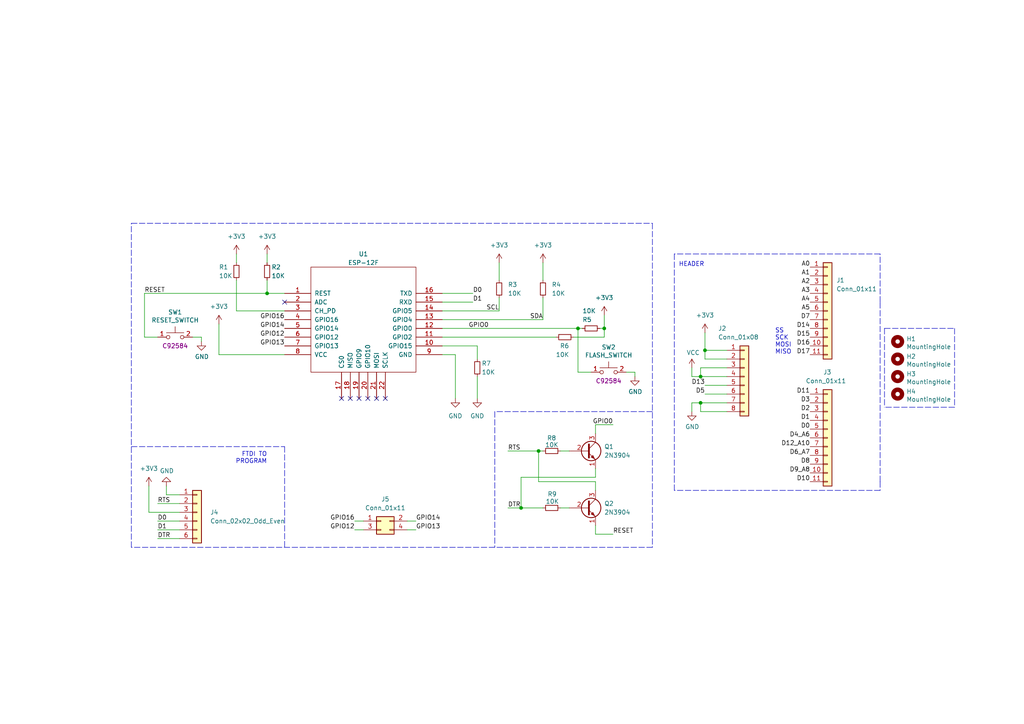
<source format=kicad_sch>
(kicad_sch (version 20211123) (generator eeschema)
  (paper "A4")
  (title_block (title "Arduino Module") (date "2021-11-13") (rev "1.0"))
  (lib_symbols
    (symbol "Connector_Generic:Conn_01x06" (pin_names (offset 1.016) hide)
      (property "Reference" "J" (at 0 7.62 0))
      (property "Value" "Conn_01x06" (at 0 -10.16 0))
      (symbol "Conn_01x06_1_1"
        (rectangle (start -1.27 -7.493) (end 0 -7.747) (stroke (width 0.1524)))
        (rectangle (start -1.27 -4.953) (end 0 -5.207) (stroke (width 0.1524)))
        (rectangle (start -1.27 -2.413) (end 0 -2.667) (stroke (width 0.1524)))
        (rectangle (start -1.27 0.127) (end 0 -0.127) (stroke (width 0.1524)))
        (rectangle (start -1.27 2.667) (end 0 2.413) (stroke (width 0.1524)))
        (rectangle (start -1.27 5.207) (end 0 4.953) (stroke (width 0.1524)))
        (rectangle (start -1.27 6.35) (end 1.27 -8.89) (stroke (width 0.254)) (fill (type background)))
        (pin passive line (at -5.08 5.08 0) (length 3.81) (name "Pin_1") (number "1"))
        (pin passive line (at -5.08 2.54 0) (length 3.81) (name "Pin_2") (number "2"))
        (pin passive line (at -5.08 0 0) (length 3.81) (name "Pin_3") (number "3"))
        (pin passive line (at -5.08 -2.54 0) (length 3.81) (name "Pin_4") (number "4"))
        (pin passive line (at -5.08 -5.08 0) (length 3.81) (name "Pin_5") (number "5"))
        (pin passive line (at -5.08 -7.62 0) (length 3.81) (name "Pin_6") (number "6"))
      )
    )
    (symbol "Connector_Generic:Conn_01x08" (pin_names (offset 1.016) hide)
      (property "Reference" "J" (at 0 10.16 0))
      (property "Value" "Conn_01x08" (at 0 -12.7 0))
      (symbol "Conn_01x08_1_1"
        (rectangle (start -1.27 -10.033) (end 0 -10.287) (stroke (width 0.1524)))
        (rectangle (start -1.27 -7.493) (end 0 -7.747) (stroke (width 0.1524)))
        (rectangle (start -1.27 -4.953) (end 0 -5.207) (stroke (width 0.1524)))
        (rectangle (start -1.27 -2.413) (end 0 -2.667) (stroke (width 0.1524)))
        (rectangle (start -1.27 0.127) (end 0 -0.127) (stroke (width 0.1524)))
        (rectangle (start -1.27 2.667) (end 0 2.413) (stroke (width 0.1524)))
        (rectangle (start -1.27 5.207) (end 0 4.953) (stroke (width 0.1524)))
        (rectangle (start -1.27 7.747) (end 0 7.493) (stroke (width 0.1524)))
        (rectangle (start -1.27 8.89) (end 1.27 -11.43) (stroke (width 0.254)) (fill (type background)))
        (pin passive line (at -5.08 7.62 0) (length 3.81) (name "Pin_1") (number "1"))
        (pin passive line (at -5.08 5.08 0) (length 3.81) (name "Pin_2") (number "2"))
        (pin passive line (at -5.08 2.54 0) (length 3.81) (name "Pin_3") (number "3"))
        (pin passive line (at -5.08 0 0) (length 3.81) (name "Pin_4") (number "4"))
        (pin passive line (at -5.08 -2.54 0) (length 3.81) (name "Pin_5") (number "5"))
        (pin passive line (at -5.08 -5.08 0) (length 3.81) (name "Pin_6") (number "6"))
        (pin passive line (at -5.08 -7.62 0) (length 3.81) (name "Pin_7") (number "7"))
        (pin passive line (at -5.08 -10.16 0) (length 3.81) (name "Pin_8") (number "8"))
      )
    )
    (symbol "Connector_Generic:Conn_01x11" (pin_names (offset 1.016) hide)
      (property "Reference" "J" (at 0 15.24 0))
      (property "Value" "Conn_01x11" (at 0 -15.24 0))
      (symbol "Conn_01x11_1_1"
        (rectangle (start -1.27 -12.573) (end 0 -12.827) (stroke (width 0.1524)))
        (rectangle (start -1.27 -10.033) (end 0 -10.287) (stroke (width 0.1524)))
        (rectangle (start -1.27 -7.493) (end 0 -7.747) (stroke (width 0.1524)))
        (rectangle (start -1.27 -4.953) (end 0 -5.207) (stroke (width 0.1524)))
        (rectangle (start -1.27 -2.413) (end 0 -2.667) (stroke (width 0.1524)))
        (rectangle (start -1.27 0.127) (end 0 -0.127) (stroke (width 0.1524)))
        (rectangle (start -1.27 2.667) (end 0 2.413) (stroke (width 0.1524)))
        (rectangle (start -1.27 5.207) (end 0 4.953) (stroke (width 0.1524)))
        (rectangle (start -1.27 7.747) (end 0 7.493) (stroke (width 0.1524)))
        (rectangle (start -1.27 10.287) (end 0 10.033) (stroke (width 0.1524)))
        (rectangle (start -1.27 12.827) (end 0 12.573) (stroke (width 0.1524)))
        (rectangle (start -1.27 13.97) (end 1.27 -13.97) (stroke (width 0.254)) (fill (type background)))
        (pin passive line (at -5.08 12.7 0) (length 3.81) (name "Pin_1") (number "1"))
        (pin passive line (at -5.08 -10.16 0) (length 3.81) (name "Pin_10") (number "10"))
        (pin passive line (at -5.08 -12.7 0) (length 3.81) (name "Pin_11") (number "11"))
        (pin passive line (at -5.08 10.16 0) (length 3.81) (name "Pin_2") (number "2"))
        (pin passive line (at -5.08 7.62 0) (length 3.81) (name "Pin_3") (number "3"))
        (pin passive line (at -5.08 5.08 0) (length 3.81) (name "Pin_4") (number "4"))
        (pin passive line (at -5.08 2.54 0) (length 3.81) (name "Pin_5") (number "5"))
        (pin passive line (at -5.08 0 0) (length 3.81) (name "Pin_6") (number "6"))
        (pin passive line (at -5.08 -2.54 0) (length 3.81) (name "Pin_7") (number "7"))
        (pin passive line (at -5.08 -5.08 0) (length 3.81) (name "Pin_8") (number "8"))
        (pin passive line (at -5.08 -7.62 0) (length 3.81) (name "Pin_9") (number "9"))
      )
    )
    (symbol "Connector_Generic:Conn_02x02_Odd_Even" (pin_names (offset 1.016) hide)
      (property "Reference" "J" (at 1.27 2.54 0))
      (property "Value" "Conn_02x02_Odd_Even" (at 1.27 -5.08 0))
      (symbol "Conn_02x02_Odd_Even_1_1"
        (rectangle (start -1.27 -2.413) (end 0 -2.667) (stroke (width 0.1524)))
        (rectangle (start -1.27 0.127) (end 0 -0.127) (stroke (width 0.1524)))
        (rectangle (start -1.27 1.27) (end 3.81 -3.81) (stroke (width 0.254)) (fill (type background)))
        (rectangle (start 3.81 -2.413) (end 2.54 -2.667) (stroke (width 0.1524)))
        (rectangle (start 3.81 0.127) (end 2.54 -0.127) (stroke (width 0.1524)))
        (pin passive line (at -5.08 0 0) (length 3.81) (name "Pin_1") (number "1"))
        (pin passive line (at 7.62 0 180) (length 3.81) (name "Pin_2") (number "2"))
        (pin passive line (at -5.08 -2.54 0) (length 3.81) (name "Pin_3") (number "3"))
        (pin passive line (at 7.62 -2.54 180) (length 3.81) (name "Pin_4") (number "4"))
      )
    )
    (symbol "Device:R_Small" (pin_numbers hide) (pin_names (offset 0.254) hide)
      (property "Reference" "R" (at 0.762 0.508 0))
      (property "Value" "R_Small" (at 0.762 -1.016 0))
      (symbol "R_Small_0_1"
        (rectangle (start -0.762 1.778) (end 0.762 -1.778) (stroke (width 0.2032)))
      )
      (symbol "R_Small_1_1"
        (pin passive line (at 0 2.54 270) (length 0.762) (name "~") (number "1"))
        (pin passive line (at 0 -2.54 90) (length 0.762) (name "~") (number "2"))
      )
    )
    (symbol "ESP8266:ESP-12F" (pin_names (offset 1.016))
      (property "Reference" "U" (at 0 -2.54 0))
      (property "Value" "ESP-12F" (at 0 2.54 0))
      (symbol "ESP-12F_1_0"
        (rectangle (start -15.24 -15.24) (end 15.24 15.24))
      )
      (symbol "ESP-12F_1_1"
        (pin input line (at -22.86 7.62 0) (length 7.62) (name "REST") (number "1"))
        (pin bidirectional line (at 22.86 -7.62 180) (length 7.62) (name "GPIO15") (number "10"))
        (pin bidirectional line (at 22.86 -5.08 180) (length 7.62) (name "GPIO2") (number "11"))
        (pin bidirectional line (at 22.86 -2.54 180) (length 7.62) (name "GPIO0") (number "12"))
        (pin bidirectional line (at 22.86 0 180) (length 7.62) (name "GPIO4") (number "13"))
        (pin bidirectional line (at 22.86 2.54 180) (length 7.62) (name "GPIO5") (number "14"))
        (pin input line (at 22.86 5.08 180) (length 7.62) (name "RXD") (number "15"))
        (pin output line (at 22.86 7.62 180) (length 7.62) (name "TXD") (number "16"))
        (pin bidirectional line (at -6.35 -22.86 90) (length 7.62) (name "CS0") (number "17"))
        (pin bidirectional line (at -3.81 -22.86 90) (length 7.62) (name "MISO") (number "18"))
        (pin bidirectional line (at -1.27 -22.86 90) (length 7.62) (name "GPIO9") (number "19"))
        (pin passive line (at -22.86 5.08 0) (length 7.62) (name "ADC") (number "2"))
        (pin bidirectional line (at 1.27 -22.86 90) (length 7.62) (name "GPIO10") (number "20"))
        (pin bidirectional line (at 3.81 -22.86 90) (length 7.62) (name "MOSI") (number "21"))
        (pin bidirectional line (at 6.35 -22.86 90) (length 7.62) (name "SCLK") (number "22"))
        (pin input line (at -22.86 2.54 0) (length 7.62) (name "CH_PD") (number "3"))
        (pin bidirectional line (at -22.86 0 0) (length 7.62) (name "GPIO16") (number "4"))
        (pin bidirectional line (at -22.86 -2.54 0) (length 7.62) (name "GPIO14") (number "5"))
        (pin bidirectional line (at -22.86 -5.08 0) (length 7.62) (name "GPIO12") (number "6"))
        (pin bidirectional line (at -22.86 -7.62 0) (length 7.62) (name "GPIO13") (number "7"))
        (pin power_in line (at -22.86 -10.16 0) (length 7.62) (name "VCC") (number "8"))
        (pin power_in line (at 22.86 -10.16 180) (length 7.62) (name "GND") (number "9"))
      )
    )
    (symbol "Mechanical:MountingHole" (pin_names (offset 1.016))
      (property "Reference" "H" (at 0 5.08 0))
      (property "Value" "MountingHole" (at 0 3.175 0))
      (symbol "MountingHole_0_1"
        (circle (center 0 0) (radius 1.27) (stroke (width 1.27)))
      )
    )
    (symbol "Switch:SW_Push" (pin_names (offset 1.016) hide)
      (property "Reference" "SW" (at 1.27 2.54 0))
      (property "Value" "SW_Push" (at 0 -1.524 0))
      (symbol "SW_Push_0_1"
        (circle (center -2.032 0) (radius 0.508))
        (polyline (pts (xy 0 1.27) (xy 0 3.048)))
        (polyline (pts (xy 2.54 1.27) (xy -2.54 1.27)))
        (circle (center 2.032 0) (radius 0.508))
        (pin passive line (at -5.08 0 0) (length 2.54) (name "1") (number "1"))
        (pin passive line (at 5.08 0 180) (length 2.54) (name "2") (number "2"))
      )
    )
    (symbol "Transistor_BJT:2N3904" (pin_names (offset 0) hide)
      (property "Reference" "Q" (at 5.08 1.905 0))
      (property "Value" "2N3904" (at 5.08 0 0))
      (symbol "2N3904_0_1"
        (polyline (pts (xy 0.635 0.635) (xy 2.54 2.54)))
        (polyline (pts (xy 0.635 -0.635) (xy 2.54 -2.54) (xy 2.54 -2.54)))
        (polyline (pts (xy 0.635 1.905) (xy 0.635 -1.905) (xy 0.635 -1.905)) (stroke (width 0.508)))
        (polyline (pts (xy 1.27 -1.778) (xy 1.778 -1.27) (xy 2.286 -2.286) (xy 1.27 -1.778) (xy 1.27 -1.778)) (fill (type outline)))
        (circle (center 1.27 0) (radius 2.8194) (stroke (width 0.254)))
      )
      (symbol "2N3904_1_1"
        (pin passive line (at 2.54 -5.08 90) (length 2.54) (name "E") (number "1"))
        (pin passive line (at -5.08 0 0) (length 5.715) (name "B") (number "2"))
        (pin passive line (at 2.54 5.08 270) (length 2.54) (name "C") (number "3"))
      )
    )
    (symbol "power:+3.3V" (power) (pin_names (offset 0))
      (property "Value" "+3.3V" (at 0 3.556 0))
      (symbol "+3.3V_0_1"
        (polyline (pts (xy -0.762 1.27) (xy 0 2.54)))
        (polyline (pts (xy 0 0) (xy 0 2.54)))
        (polyline (pts (xy 0 2.54) (xy 0.762 1.27)))
      )
      (symbol "+3.3V_1_1"
        (pin power_in line (at 0 0 90) (length 0) hide (name "+3V3") (number "1"))
      )
    )
    (symbol "power:GND" (power) (pin_names (offset 0))
      (property "Value" "GND" (at 0 -3.81 0))
      (symbol "GND_0_1"
        (polyline (pts (xy 0 0) (xy 0 -1.27) (xy 1.27 -1.27) (xy 0 -2.54) (xy -1.27 -1.27) (xy 0 -1.27)))
      )
      (symbol "GND_1_1"
        (pin power_in line (at 0 0 270) (length 0) hide (name "GND") (number "1"))
      )
    )
    (symbol "power:VCC" (power) (pin_names (offset 0))
      (property "Value" "VCC" (at 0 3.81 0))
      (symbol "VCC_0_1"
        (polyline (pts (xy -0.762 1.27) (xy 0 2.54)))
        (polyline (pts (xy 0 0) (xy 0 2.54)))
        (polyline (pts (xy 0 2.54) (xy 0.762 1.27)))
      )
      (symbol "VCC_1_1"
        (pin power_in line (at 0 0 90) (length 0) hide (name "VCC") (number "1"))
      )
    )
  )
  (junction (at 203.2 116.84) (diameter 0.9144))
  (junction (at 203.2 109.22) (diameter 0.9144))
  (junction (at 175.26 95.25) (diameter 0.9144))
  (junction (at 167.64 95.25) (diameter 0.9144))
  (junction (at 204.47 101.6) (diameter 0.9144))
  (junction (at 156.21 130.81))
  (junction (at 77.47 85.09) (diameter 0.9144))
  (junction (at 151.13 147.32))
  (no_connect (at 99.06 115.57))
  (no_connect (at 101.6 115.57))
  (no_connect (at 106.68 115.57))
  (no_connect (at 104.14 115.57))
  (no_connect (at 109.22 115.57))
  (no_connect (at 111.76 115.57))
  (no_connect (at 82.55 87.63))
  (wire (pts (xy 172.72 154.94) (xy 177.8 154.94)))
  (wire (pts (xy 175.26 95.25) (xy 175.26 97.79)))
  (wire (pts (xy 151.13 138.43) (xy 151.13 147.32)))
  (wire (pts (xy 41.91 85.09) (xy 77.47 85.09)))
  (wire (pts (xy 58.42 97.79) (xy 58.42 99.06)))
  (wire (pts (xy 162.56 130.81) (xy 165.1 130.81)))
  (wire (pts (xy 204.47 111.76) (xy 210.82 111.76)))
  (polyline (pts (xy 195.58 142.24) (xy 195.58 139.7)) (stroke (width 0) (type dash)))
  (polyline (pts (xy 255.27 139.7) (xy 255.27 142.24)) (stroke (width 0) (type dash)))
  (polyline (pts (xy 255.27 142.24) (xy 195.58 142.24)) (stroke (width 0) (type dash)))
  (wire (pts (xy 147.32 147.32) (xy 151.13 147.32)))
  (wire (pts (xy 138.43 100.33) (xy 138.43 104.14)))
  (wire (pts (xy 52.07 148.59) (xy 43.18 148.59)))
  (wire (pts (xy 128.27 90.17) (xy 144.78 90.17)))
  (wire (pts (xy 77.47 73.66) (xy 77.47 76.2)))
  (wire (pts (xy 172.72 152.4) (xy 172.72 154.94)))
  (polyline (pts (xy 38.1 129.54) (xy 82.55 129.54)) (stroke (width 0) (type dash)))
  (wire (pts (xy 45.72 156.21) (xy 52.07 156.21)))
  (wire (pts (xy 204.47 101.6) (xy 204.47 104.14)))
  (wire (pts (xy 204.47 96.52) (xy 204.47 101.6)))
  (wire (pts (xy 210.82 104.14) (xy 204.47 104.14)))
  (wire (pts (xy 172.72 139.7) (xy 156.21 139.7)))
  (wire (pts (xy 175.26 91.44) (xy 175.26 95.25)))
  (wire (pts (xy 204.47 114.3) (xy 210.82 114.3)))
  (wire (pts (xy 41.91 97.79) (xy 45.72 97.79)))
  (wire (pts (xy 173.99 95.25) (xy 175.26 95.25)))
  (wire (pts (xy 118.11 153.67) (xy 120.65 153.67)))
  (wire (pts (xy 157.48 86.36) (xy 157.48 92.71)))
  (wire (pts (xy 128.27 97.79) (xy 161.29 97.79)))
  (wire (pts (xy 82.55 102.87) (xy 63.5 102.87)))
  (polyline (pts (xy 189.23 158.75) (xy 38.1 158.75)))
  (wire (pts (xy 147.32 130.81) (xy 156.21 130.81)))
  (wire (pts (xy 203.2 109.22) (xy 210.82 109.22)))
  (wire (pts (xy 63.5 93.98) (xy 63.5 102.87)))
  (wire (pts (xy 43.18 140.97) (xy 43.18 148.59)))
  (wire (pts (xy 128.27 85.09) (xy 137.16 85.09)))
  (polyline (pts (xy 195.58 87.63) (xy 195.58 139.7)) (stroke (width 0) (type dash)))
  (polyline (pts (xy 255.27 139.7) (xy 255.27 87.63)) (stroke (width 0) (type dash)))
  (wire (pts (xy 167.64 95.25) (xy 168.91 95.25)))
  (wire (pts (xy 184.15 107.95) (xy 184.15 109.22)))
  (wire (pts (xy 132.08 102.87) (xy 132.08 115.57)))
  (polyline (pts (xy 195.58 73.66) (xy 195.58 87.63)) (stroke (width 0) (type dash)))
  (polyline (pts (xy 255.27 73.66) (xy 195.58 73.66)) (stroke (width 0) (type dash)))
  (polyline (pts (xy 255.27 87.63) (xy 255.27 73.66)) (stroke (width 0) (type dash)))
  (wire (pts (xy 128.27 92.71) (xy 157.48 92.71)))
  (wire (pts (xy 52.07 143.51) (xy 48.26 143.51)))
  (wire (pts (xy 45.72 151.13) (xy 52.07 151.13)))
  (polyline (pts (xy 189.23 64.77) (xy 189.23 158.75)))
  (wire (pts (xy 102.87 151.13) (xy 105.41 151.13)))
  (wire (pts (xy 156.21 130.81) (xy 157.48 130.81)))
  (wire (pts (xy 200.66 116.84) (xy 200.66 119.38)))
  (wire (pts (xy 200.66 109.22) (xy 203.2 109.22)))
  (wire (pts (xy 200.66 106.68) (xy 200.66 109.22)))
  (wire (pts (xy 68.58 73.66) (xy 68.58 76.2)))
  (polyline (pts (xy 82.55 129.54) (xy 82.55 158.75)) (stroke (width 0) (type dash)))
  (wire (pts (xy 200.66 116.84) (xy 203.2 116.84)))
  (wire (pts (xy 203.2 116.84) (xy 210.82 116.84)))
  (wire (pts (xy 102.87 153.67) (xy 105.41 153.67)))
  (wire (pts (xy 68.58 81.28) (xy 68.58 90.17)))
  (wire (pts (xy 157.48 76.2) (xy 157.48 81.28)))
  (wire (pts (xy 172.72 138.43) (xy 151.13 138.43)))
  (polyline (pts (xy 38.1 158.75) (xy 38.1 64.77)))
  (wire (pts (xy 172.72 135.89) (xy 172.72 138.43)))
  (wire (pts (xy 55.88 97.79) (xy 58.42 97.79)))
  (wire (pts (xy 204.47 101.6) (xy 210.82 101.6)))
  (wire (pts (xy 48.26 140.97) (xy 48.26 143.51)))
  (wire (pts (xy 128.27 95.25) (xy 167.64 95.25)))
  (polyline (pts (xy 189.23 119.38) (xy 143.51 119.38)))
  (wire (pts (xy 172.72 142.24) (xy 172.72 139.7)))
  (wire (pts (xy 167.64 107.95) (xy 171.45 107.95)))
  (wire (pts (xy 172.72 123.19) (xy 177.8 123.19)))
  (wire (pts (xy 45.72 153.67) (xy 52.07 153.67)))
  (wire (pts (xy 118.11 151.13) (xy 120.65 151.13)))
  (wire (pts (xy 167.64 95.25) (xy 167.64 107.95)))
  (wire (pts (xy 151.13 147.32) (xy 157.48 147.32)))
  (wire (pts (xy 166.37 97.79) (xy 175.26 97.79)))
  (wire (pts (xy 144.78 76.2) (xy 144.78 81.28)))
  (wire (pts (xy 181.61 107.95) (xy 184.15 107.95)))
  (wire (pts (xy 82.55 90.17) (xy 68.58 90.17)))
  (wire (pts (xy 82.55 85.09) (xy 77.47 85.09)))
  (wire (pts (xy 138.43 109.22) (xy 138.43 115.57)))
  (polyline (pts (xy 143.51 119.38) (xy 143.51 158.75)))
  (wire (pts (xy 77.47 81.28) (xy 77.47 85.09)))
  (wire (pts (xy 162.56 147.32) (xy 165.1 147.32)))
  (wire (pts (xy 45.72 146.05) (xy 52.07 146.05)))
  (polyline (pts (xy 256.54 95.25) (xy 276.86 95.25)) (stroke (width 0) (type dash)))
  (polyline (pts (xy 276.86 95.25) (xy 276.86 118.11)) (stroke (width 0) (type dash)))
  (polyline (pts (xy 276.86 118.11) (xy 256.54 118.11)) (stroke (width 0) (type dash)))
  (polyline (pts (xy 256.54 95.25) (xy 256.54 118.11)) (stroke (width 0) (type dash)))
  (wire (pts (xy 128.27 87.63) (xy 137.16 87.63)))
  (wire (pts (xy 144.78 86.36) (xy 144.78 90.17)))
  (polyline (pts (xy 38.1 64.77) (xy 189.23 64.77)))
  (wire (pts (xy 156.21 139.7) (xy 156.21 130.81)))
  (wire (pts (xy 41.91 85.09) (xy 41.91 97.79)))
  (wire (pts (xy 203.2 106.68) (xy 203.2 109.22)))
  (wire (pts (xy 203.2 106.68) (xy 210.82 106.68)))
  (wire (pts (xy 128.27 100.33) (xy 138.43 100.33)))
  (wire (pts (xy 128.27 102.87) (xy 132.08 102.87)))
  (wire (pts (xy 172.72 125.73) (xy 172.72 123.19)))
  (wire (pts (xy 203.2 119.38) (xy 203.2 116.84)))
  (wire (pts (xy 203.2 119.38) (xy 210.82 119.38)))
  (text "HEADER" (at 196.85 77.47 0) (effects (font (size 1.27 1.27)) (justify left bottom)))
  (text "FTDI TO\nPROGRAM" (at 77.47 134.62 180) (effects (font (size 1.27 1.27)) (justify right bottom)))
  (text "SS\nSCK\nMOSI\nMISO" (at 224.79 102.87 0) (effects (font (size 1.27 1.27)) (justify left bottom)))
  (label "D9_A8" (at 234.95 137.16 180))
  (label "RTS" (at 45.72 146.05 0))
  (label "GPIO14" (at 120.65 151.13 0))
  (label "D10" (at 234.95 139.7 180))
  (label "D13" (at 204.47 111.76 180))
  (label "RESET" (at 41.91 85.09 0))
  (label "D3" (at 234.95 116.84 180))
  (label "SCL" (at 144.78 90.17 180))
  (label "D1" (at 234.95 121.92 180))
  (label "D7" (at 234.95 92.71 180))
  (label "D1" (at 137.16 87.63 0))
  (label "A1" (at 234.95 80.01 180))
  (label "A5" (at 234.95 90.17 180))
  (label "D6_A7" (at 234.95 132.08 180))
  (label "A4" (at 234.95 87.63 180))
  (label "GPIO16" (at 82.55 92.71 180))
  (label "A0" (at 234.95 77.47 180))
  (label "D11" (at 234.95 114.3 180))
  (label "D8" (at 234.95 134.62 180))
  (label "GPIO0" (at 177.8 123.19 180))
  (label "D4_A6" (at 234.95 127 180))
  (label "D12_A10" (at 234.95 129.54 180))
  (label "RTS" (at 147.32 130.81 0))
  (label "DTR" (at 147.32 147.32 0))
  (label "RESET" (at 177.8 154.94 0))
  (label "D14" (at 234.95 95.25 180))
  (label "GPIO12" (at 82.55 97.79 180))
  (label "GPIO0" (at 135.89 95.25 0))
  (label "D5" (at 204.47 114.3 180))
  (label "DTR" (at 45.72 156.21 0))
  (label "D0" (at 137.16 85.09 0))
  (label "GPIO14" (at 82.55 95.25 180))
  (label "A2" (at 234.95 82.55 180))
  (label "D0" (at 45.72 151.13 0))
  (label "SDA" (at 157.48 92.71 180))
  (label "GPIO16" (at 102.87 151.13 180))
  (label "GPIO13" (at 120.65 153.67 0))
  (label "A3" (at 234.95 85.09 180))
  (label "D17" (at 234.95 102.87 180))
  (label "GPIO13" (at 82.55 100.33 180))
  (label "D2" (at 234.95 119.38 180))
  (label "D16" (at 234.95 100.33 180))
  (label "D0" (at 234.95 124.46 180))
  (label "D15" (at 234.95 97.79 180))
  (label "GPIO12" (at 102.87 153.67 180))
  (label "D1" (at 45.72 153.67 0))
  (symbol (lib_id "power:GND") (at 200.66 119.38 0) (unit 1)
    (property "Reference" "#PWR011" (effects hide))
    (property "Value" "GND" (at 200.787 123.7742 0))
  )
  (symbol (lib_id "Transistor_BJT:2N3904") (at 170.18 130.81 0) (unit 1)
    (property "Reference" "Q1" (at 175.26 129.5399 0) (effects (justify left)))
    (property "Value" "2N3904" (at 175.26 132.0799 0) (effects (justify left)))
    (property "Footprint" "Package_TO_SOT_SMD:SOT-23" (effects hide))
    (property "Datasheet" "https://www.onsemi.com/pub/Collateral/2N3903-D.PDF" (effects hide))
  )
  (symbol (lib_id "power:GND") (at 48.26 140.97 0) (mirror x) (unit 1)
    (property "Reference" "#PWR0102" (effects hide))
    (property "Value" "GND" (at 48.387 136.5758 0))
  )
  (symbol (lib_id "power:GND") (at 58.42 99.06 0) (unit 1)
    (property "Reference" "#PWR0111" (effects hide))
    (property "Value" "GND" (at 58.547 103.4542 0))
  )
  (symbol (lib_id "Device:R_Small") (at 160.02 147.32 270) (unit 1)
    (property "Reference" "R9" (at 158.8008 143.3069 90) (effects (justify left)))
    (property "Value" "10K" (at 158.242 145.4405 90) (effects (justify left)))
    (property "Footprint" "Resistor_SMD:R_0603_1608Metric_Pad0.98x0.95mm_HandSolder" (effects hide))
    (property "LCSC" "C25804" (effects hide))
  )
  (symbol (lib_id "Connector_Generic:Conn_01x08") (at 215.9 109.22 0) (unit 1)
    (property "Reference" "J2" (at 208.28 95.2499 0) (effects (justify left)))
    (property "Value" "Conn_01x08" (at 208.28 97.7899 0) (effects (justify left)))
    (property "Footprint" "Connector_PinHeader_2.54mm:PinHeader_1x08_P2.54mm_Vertical" (effects hide))
  )
  (symbol (lib_id "power:GND") (at 132.08 115.57 0) (unit 1)
    (property "Reference" "#PWR0107" (effects hide))
    (property "Value" "GND" (at 132.08 120.65 0))
  )
  (symbol (lib_id "power:+3.3V") (at 77.47 73.66 0) (unit 1)
    (property "Reference" "#PWR0109" (effects hide))
    (property "Value" "+3.3V" (at 77.47 68.58 0))
  )
  (symbol (lib_id "Switch:SW_Push") (at 176.53 107.95 0) (unit 1)
    (property "Reference" "SW2" (at 176.53 100.711 0))
    (property "Value" "FLASH_SWITCH" (at 176.53 103.0224 0))
    (property "Footprint" "Button_Switch_SMD:SW_SPST_SKQG_WithStem" (effects hide))
    (property "LCSC" "C92584" (at 176.53 110.49 0))
  )
  (symbol (lib_id "power:+3.3V") (at 63.5 93.98 0) (unit 1)
    (property "Reference" "#PWR0112" (effects hide))
    (property "Value" "+3.3V" (at 63.5 88.9 0))
  )
  (symbol (lib_id "ESP8266:ESP-12F") (at 105.41 92.71 0) (unit 1)
    (property "Reference" "U1" (at 105.41 73.66 0))
    (property "Value" "ESP-12F" (at 105.41 76.2 0))
    (property "Footprint" "ESP8266:ESP-12E_SMD" (effects hide))
    (property "Datasheet" "http://l0l.org.uk/2014/12/esp8266-modules-hardware-guide-gotta-catch-em-all/" (effects hide))
  )
  (symbol (lib_id "Connector_Generic:Conn_01x11") (at 240.03 90.17 0) (unit 1) (in_bom no)
    (property "Reference" "J1" (at 242.57 81.2799 0) (effects (justify left)))
    (property "Value" "Conn_01x11" (at 242.57 83.8199 0) (effects (justify left)))
    (property "Footprint" "Connector_PinHeader_2.54mm:PinHeader_1x11_P2.54mm_Vertical" (effects hide))
  )
  (symbol (lib_id "Device:R_Small") (at 77.47 78.74 0) (unit 1)
    (property "Reference" "R2" (at 78.74 77.4699 0) (effects (justify left)))
    (property "Value" "10K" (at 78.74 80.0099 0) (effects (justify left)))
    (property "Footprint" "Resistor_SMD:R_0603_1608Metric_Pad0.98x0.95mm_HandSolder" (effects hide))
    (property "LCSC" "C25804" (effects hide))
  )
  (symbol (lib_id "Connector_Generic:Conn_02x02_Odd_Even") (at 110.49 151.13 0) (unit 1)
    (property "Reference" "J5" (at 111.76 144.78 0))
    (property "Value" "Conn_01x11" (at 111.76 147.32 0))
    (property "Footprint" "Connector_PinSocket_2.54mm:PinSocket_2x02_P2.54mm_Vertical" (effects hide))
  )
  (symbol (lib_id "Switch:SW_Push") (at 50.8 97.79 0) (unit 1)
    (property "Reference" "SW1" (at 50.8 90.551 0))
    (property "Value" "RESET_SWITCH" (at 50.8 92.8624 0))
    (property "Footprint" "Button_Switch_SMD:SW_SPST_SKQG_WithStem" (effects hide))
    (property "LCSC" "C92584" (at 50.8 100.33 0))
  )
  (symbol (lib_id "power:VCC") (at 200.66 106.68 0) (unit 1)
    (property "Reference" "#PWR08" (effects hide))
    (property "Value" "VCC" (at 201.041 102.2858 0))
  )
  (symbol (lib_id "power:+3.3V") (at 204.47 96.52 0) (unit 1)
    (property "Reference" "#PWR05" (effects hide))
    (property "Value" "+3.3V" (at 204.47 91.44 0))
  )
  (symbol (lib_id "power:+3.3V") (at 144.78 76.2 0) (unit 1)
    (property "Reference" "#PWR0105" (effects hide))
    (property "Value" "+3.3V" (at 144.78 71.12 0))
  )
  (symbol (lib_id "Connector_Generic:Conn_01x11") (at 240.03 127 0) (unit 1) (in_bom no)
    (property "Reference" "J3" (at 238.76 107.9499 0) (effects (justify left)))
    (property "Value" "Conn_01x11" (at 233.68 110.4899 0) (effects (justify left)))
    (property "Footprint" "Connector_PinHeader_2.54mm:PinHeader_1x11_P2.54mm_Vertical" (effects hide))
  )
  (symbol (lib_id "power:+3.3V") (at 43.18 140.97 0) (mirror y) (unit 1)
    (property "Reference" "#PWR0101" (effects hide))
    (property "Value" "+3.3V" (at 43.18 135.89 0))
  )
  (symbol (lib_id "power:+3.3V") (at 157.48 76.2 0) (unit 1)
    (property "Reference" "#PWR0104" (effects hide))
    (property "Value" "+3.3V" (at 157.48 71.12 0))
  )
  (symbol (lib_id "power:GND") (at 138.43 115.57 0) (unit 1)
    (property "Reference" "#PWR0108" (effects hide))
    (property "Value" "GND" (at 138.43 120.65 0))
  )
  (symbol (lib_id "Device:R_Small") (at 160.02 130.81 270) (unit 1)
    (property "Reference" "R8" (at 158.6484 127.0509 90) (effects (justify left)))
    (property "Value" "10K" (at 158.0896 129.0321 90) (effects (justify left)))
    (property "Footprint" "Resistor_SMD:R_0603_1608Metric_Pad0.98x0.95mm_HandSolder" (effects hide))
    (property "LCSC" "C25804" (effects hide))
  )
  (symbol (lib_id "Mechanical:MountingHole") (at 260.35 109.22 0) (unit 1) (in_bom no)
    (property "Reference" "H3" (at 262.8901 108.4591 0) (effects (justify left)))
    (property "Value" "MountingHole" (at 262.8901 110.7578 0) (effects (justify left)))
    (property "Footprint" "MountingHole:MountingHole_2.2mm_M2_Pad" (effects hide))
  )
  (symbol (lib_id "Device:R_Small") (at 68.58 78.74 0) (unit 1)
    (property "Reference" "R1" (at 63.5 77.4699 0) (effects (justify left)))
    (property "Value" "10K" (at 63.5 80.0099 0) (effects (justify left)))
    (property "Footprint" "Resistor_SMD:R_0603_1608Metric_Pad0.98x0.95mm_HandSolder" (effects hide))
    (property "LCSC" "C25804" (effects hide))
  )
  (symbol (lib_id "Device:R_Small") (at 144.78 83.82 0) (unit 1)
    (property "Reference" "R3" (at 147.32 82.5499 0) (effects (justify left)))
    (property "Value" "10K" (at 147.32 85.0899 0) (effects (justify left)))
    (property "Footprint" "Resistor_SMD:R_0603_1608Metric_Pad0.98x0.95mm_HandSolder" (effects hide))
  )
  (symbol (lib_id "Device:R_Small") (at 163.83 97.79 90) (unit 1)
    (property "Reference" "R6" (at 165.1 100.3299 90) (effects (justify left)))
    (property "Value" "10K" (at 165.1 102.8699 90) (effects (justify left)))
    (property "Footprint" "Resistor_SMD:R_0603_1608Metric_Pad0.98x0.95mm_HandSolder" (effects hide))
    (property "LCSC" "C25804" (effects hide))
  )
  (symbol (lib_id "Transistor_BJT:2N3904") (at 170.18 147.32 0) (unit 1)
    (property "Reference" "Q2" (at 175.26 146.0499 0) (effects (justify left)))
    (property "Value" "2N3904" (at 175.26 148.5899 0) (effects (justify left)))
    (property "Footprint" "Package_TO_SOT_SMD:SOT-23" (effects hide))
    (property "Datasheet" "https://www.onsemi.com/pub/Collateral/2N3903-D.PDF" (effects hide))
  )
  (symbol (lib_id "Device:R_Small") (at 138.43 106.68 0) (unit 1)
    (property "Reference" "R7" (at 139.7 105.4099 0) (effects (justify left)))
    (property "Value" "10K" (at 139.7 107.9499 0) (effects (justify left)))
    (property "Footprint" "Resistor_SMD:R_0603_1608Metric_Pad0.98x0.95mm_HandSolder" (effects hide))
    (property "LCSC" "C25804" (effects hide))
  )
  (symbol (lib_id "Mechanical:MountingHole") (at 260.35 104.14 0) (unit 1) (in_bom no)
    (property "Reference" "H2" (at 262.8901 103.3791 0) (effects (justify left)))
    (property "Value" "MountingHole" (at 262.8901 105.6778 0) (effects (justify left)))
    (property "Footprint" "MountingHole:MountingHole_2.2mm_M2_Pad" (effects hide))
  )
  (symbol (lib_id "Device:R_Small") (at 171.45 95.25 270) (unit 1)
    (property "Reference" "R5" (at 168.91 92.7101 90) (effects (justify left)))
    (property "Value" "10K" (at 168.91 90.1701 90) (effects (justify left)))
    (property "Footprint" "Resistor_SMD:R_0603_1608Metric_Pad0.98x0.95mm_HandSolder" (effects hide))
    (property "LCSC" "C25804" (effects hide))
  )
  (symbol (lib_id "Device:R_Small") (at 157.48 83.82 0) (unit 1)
    (property "Reference" "R4" (at 160.02 82.5499 0) (effects (justify left)))
    (property "Value" "10K" (at 160.02 85.0899 0) (effects (justify left)))
    (property "Footprint" "Resistor_SMD:R_0603_1608Metric_Pad0.98x0.95mm_HandSolder" (effects hide))
  )
  (symbol (lib_id "power:+3.3V") (at 175.26 91.44 0) (unit 1)
    (property "Reference" "#PWR0103" (effects hide))
    (property "Value" "+3.3V" (at 175.26 86.36 0))
  )
  (symbol (lib_id "power:GND") (at 184.15 109.22 0) (unit 1)
    (property "Reference" "#PWR0106" (effects hide))
    (property "Value" "GND" (at 184.277 113.6142 0))
  )
  (symbol (lib_id "Mechanical:MountingHole") (at 260.35 99.06 0) (unit 1) (in_bom no)
    (property "Reference" "H1" (at 262.8901 98.2991 0) (effects (justify left)))
    (property "Value" "MountingHole" (at 262.8901 100.5978 0) (effects (justify left)))
    (property "Footprint" "MountingHole:MountingHole_2.2mm_M2_Pad" (effects hide))
  )
  (symbol (lib_id "Connector_Generic:Conn_01x06") (at 57.15 148.59 0) (unit 1)
    (property "Reference" "J4" (at 60.96 148.5899 0) (effects (justify left)))
    (property "Value" "Conn_02x02_Odd_Even" (at 60.96 151.1299 0) (effects (justify left)))
    (property "Footprint" "Connector_PinHeader_2.54mm:PinHeader_1x06_P2.54mm_Vertical" (effects hide))
  )
  (symbol (lib_id "power:+3.3V") (at 68.58 73.66 0) (unit 1)
    (property "Reference" "#PWR0110" (effects hide))
    (property "Value" "+3.3V" (at 68.58 68.58 0))
  )
  (symbol (lib_id "Mechanical:MountingHole") (at 260.35 114.3 0) (unit 1) (in_bom no)
    (property "Reference" "H4" (at 262.8901 113.5391 0) (effects (justify left)))
    (property "Value" "MountingHole" (at 262.8901 115.8378 0) (effects (justify left)))
    (property "Footprint" "MountingHole:MountingHole_2.2mm_M2_Pad" (effects hide))
  )
)
</source>
